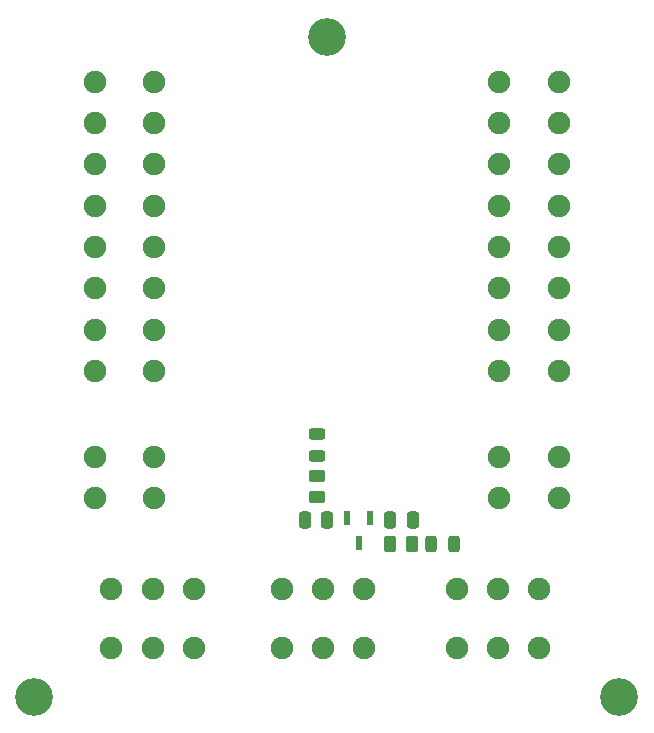
<source format=gts>
G04 #@! TF.GenerationSoftware,KiCad,Pcbnew,8.0.6*
G04 #@! TF.CreationDate,2024-11-26T19:15:12-08:00*
G04 #@! TF.ProjectId,Constellation STAR UAF V1.0,436f6e73-7465-46c6-9c61-74696f6e2053,rev?*
G04 #@! TF.SameCoordinates,Original*
G04 #@! TF.FileFunction,Soldermask,Top*
G04 #@! TF.FilePolarity,Negative*
%FSLAX46Y46*%
G04 Gerber Fmt 4.6, Leading zero omitted, Abs format (unit mm)*
G04 Created by KiCad (PCBNEW 8.0.6) date 2024-11-26 19:15:12*
%MOMM*%
%LPD*%
G01*
G04 APERTURE LIST*
G04 Aperture macros list*
%AMRoundRect*
0 Rectangle with rounded corners*
0 $1 Rounding radius*
0 $2 $3 $4 $5 $6 $7 $8 $9 X,Y pos of 4 corners*
0 Add a 4 corners polygon primitive as box body*
4,1,4,$2,$3,$4,$5,$6,$7,$8,$9,$2,$3,0*
0 Add four circle primitives for the rounded corners*
1,1,$1+$1,$2,$3*
1,1,$1+$1,$4,$5*
1,1,$1+$1,$6,$7*
1,1,$1+$1,$8,$9*
0 Add four rect primitives between the rounded corners*
20,1,$1+$1,$2,$3,$4,$5,0*
20,1,$1+$1,$4,$5,$6,$7,0*
20,1,$1+$1,$6,$7,$8,$9,0*
20,1,$1+$1,$8,$9,$2,$3,0*%
G04 Aperture macros list end*
%ADD10C,3.200000*%
%ADD11RoundRect,0.250000X0.450000X-0.262500X0.450000X0.262500X-0.450000X0.262500X-0.450000X-0.262500X0*%
%ADD12R,0.600000X1.250000*%
%ADD13RoundRect,0.250000X0.250000X0.475000X-0.250000X0.475000X-0.250000X-0.475000X0.250000X-0.475000X0*%
%ADD14RoundRect,0.250000X-0.262500X-0.450000X0.262500X-0.450000X0.262500X0.450000X-0.262500X0.450000X0*%
%ADD15RoundRect,0.243750X-0.456250X0.243750X-0.456250X-0.243750X0.456250X-0.243750X0.456250X0.243750X0*%
%ADD16RoundRect,0.243750X0.243750X0.456250X-0.243750X0.456250X-0.243750X-0.456250X0.243750X-0.456250X0*%
%ADD17RoundRect,0.250000X-0.250000X-0.475000X0.250000X-0.475000X0.250000X0.475000X-0.250000X0.475000X0*%
%ADD18C,1.900000*%
G04 APERTURE END LIST*
D10*
X78740000Y-85090000D03*
D11*
X53100000Y-68225000D03*
X53100000Y-66400000D03*
D12*
X57600000Y-69999999D03*
X55700000Y-69999999D03*
X56650000Y-72100000D03*
D13*
X53999999Y-70100000D03*
X52100001Y-70100000D03*
D10*
X29210000Y-85090000D03*
D14*
X59337498Y-72150000D03*
X61162498Y-72150000D03*
D15*
X53100000Y-62824999D03*
X53100000Y-64700001D03*
D16*
X64687500Y-72150000D03*
X62812498Y-72150000D03*
D17*
X59350000Y-70150000D03*
X61249998Y-70150000D03*
D10*
X53975000Y-29210000D03*
D18*
X68580000Y-64770000D03*
X73580000Y-64770000D03*
X68580000Y-68270000D03*
X73580000Y-68270000D03*
X71950000Y-75950000D03*
X71950000Y-80950000D03*
X68450000Y-75950000D03*
X68450000Y-80950000D03*
X64949999Y-75950000D03*
X64949999Y-80950000D03*
X39370000Y-57520005D03*
X34370000Y-57520005D03*
X39370000Y-54020005D03*
X34370001Y-54020004D03*
X39370000Y-50520003D03*
X34370000Y-50520003D03*
X39370000Y-47020002D03*
X34370000Y-47020002D03*
X39370000Y-43520002D03*
X34370000Y-43520002D03*
X39370000Y-40020002D03*
X34370000Y-40020002D03*
X39370000Y-36520001D03*
X34370000Y-36520001D03*
X39370000Y-33020000D03*
X34370000Y-33020000D03*
X39370000Y-68270000D03*
X34370000Y-68270000D03*
X39370000Y-64770000D03*
X34370000Y-64770000D03*
X42729209Y-75950000D03*
X42729209Y-80950000D03*
X39229209Y-75950000D03*
X39229209Y-80950000D03*
X35729208Y-75950000D03*
X35729208Y-80950000D03*
X57125000Y-75950000D03*
X57125000Y-80950000D03*
X53625000Y-75950000D03*
X53625000Y-80950000D03*
X50124999Y-75950000D03*
X50124999Y-80950000D03*
X68580000Y-33020000D03*
X73580000Y-33020000D03*
X68580000Y-36520000D03*
X73579999Y-36520001D03*
X68580000Y-40020002D03*
X73580000Y-40020002D03*
X68580000Y-43520003D03*
X73580000Y-43520003D03*
X68580000Y-47020003D03*
X73580000Y-47020003D03*
X68580000Y-50520003D03*
X73580000Y-50520003D03*
X68580000Y-54020004D03*
X73580000Y-54020004D03*
X68580000Y-57520005D03*
X73580000Y-57520005D03*
M02*

</source>
